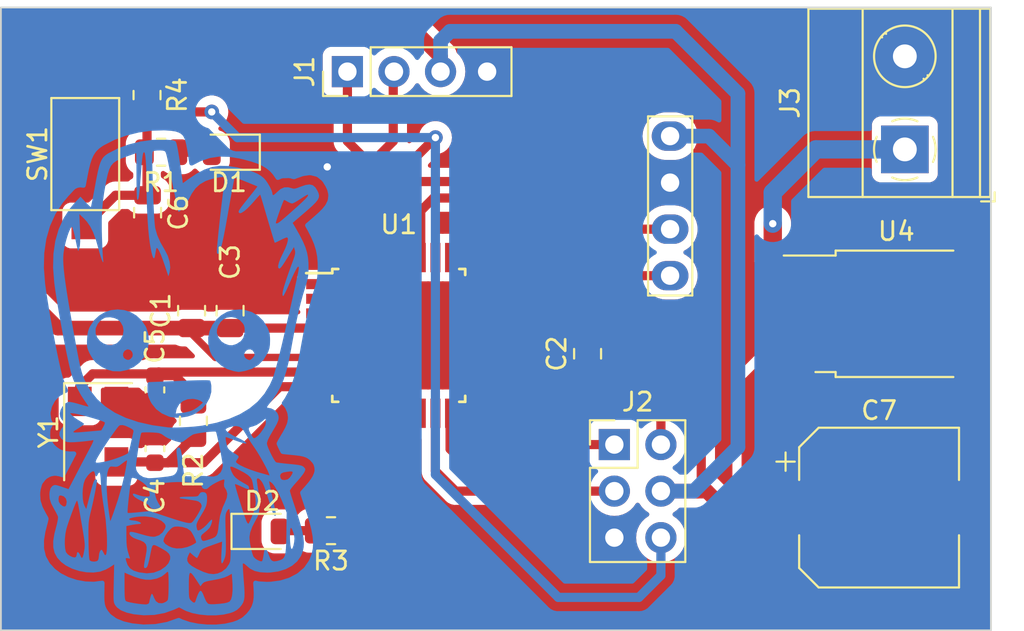
<source format=kicad_pcb>
(kicad_pcb (version 20221018) (generator pcbnew)
  (layers (0 "F.Cu" signal) (31 "B.Cu" signal) (34 "B.Paste" user) (35 "F.Paste" user) (36 "B.SilkS" user "B.Silkscreen") (37 "F.SilkS" user "F.Silkscreen") (38 "B.Mask" user) (39 "F.Mask" user) (44 "Edge.Cuts" user))
  (net 0 "")
  (net 1 "+5V")
  (net 2 "GND")
  (net 3 "XTAL2")
  (net 4 "XTAL1")
  (net 5 "RESET")
  (net 6 "Net-(D1-A)")
  (net 7 "Net-(D2-A)")
  (net 8 "TXD")
  (net 9 "RXD")
  (net 10 "MISO")
  (net 11 "MOSI")
  (net 12 "SCK")
  (net 13 "LED")
  (net 28 "SDA")
  (net 29 "SCL")
  (net 31 "VIN")
  (footprint "Connector_PinHeader_2.54mm:PinHeader_1x04_P2.54mm_Vertical" (layer "F.Cu") (at 136.5 84.375 90)
    (fp_text reference "J1")
    (fp_text value "UART")
  )
  (footprint "Resistor_SMD:R_0805_2012Metric" (layer "F.Cu") (at 128.1 103.4375 -90)
    (fp_text reference "R2")
    (fp_text value "1M")
  )
  (footprint "LED_SMD:LED_0805_2012Metric" (layer "F.Cu") (at 130.0375 88.775 180)
    (fp_text reference "D1")
    (fp_text value "LED_Small")
  )
  (footprint "Package_TO_SOT_SMD:TO-252-2" (layer "F.Cu") (at 166.44 97.595)
    (fp_text reference "U4")
    (fp_text value "L7805")
  )
  (footprint "GOFootprint:grooth" (layer "F.Cu") (at 127.6 101.075)
    (fp_text reference "G***" hide)
    (fp_text value "LOGO" hide)
  )
  (footprint "Crystal:Crystal_SMD_5032-4Pin_5.0x3.2mm" (layer "F.Cu") (at 122.9 104.03 -90)
    (fp_text reference "Y1")
    (fp_text value "16MHz")
  )
  (footprint "Resistor_SMD:R_0805_2012Metric" (layer "F.Cu") (at 125.57 85.655 -90)
    (fp_text reference "R4")
    (fp_text value "4K7")
  )
  (footprint "Resistor_SMD:R_0805_2012Metric" (layer "F.Cu") (at 135.6043 109.434 180)
    (fp_text reference "R3")
    (fp_text value "1K")
  )
  (footprint "Button_Switch_SMD:SW_SPST_CK_RS282G05A3" (layer "F.Cu") (at 122.2 88.875 90)
    (fp_text reference "SW1")
    (fp_text value "6x6 SMD")
  )
  (footprint "Connector_PinHeader_2.54mm:PinHeader_2x03_P2.54mm_Vertical" (layer "F.Cu") (at 151.06 104.735)
    (fp_text reference "J2")
    (fp_text value "ISP")
  )
  (footprint "Capacitor_SMD:CP_Elec_8x10.5" (layer "F.Cu") (at 165.5 108.175)
    (fp_text reference "C7")
    (fp_text value "220UF 25V")
  )
  (footprint "Capacitor_SMD:C_0603_1608Metric" (layer "F.Cu") (at 126 101.75 -90)
    (fp_text reference "C5")
    (fp_text value "18pF")
  )
  (footprint "Capacitor_SMD:C_0805_2012Metric" (layer "F.Cu") (at 130.1 97.425 90)
    (fp_text reference "C3")
    (fp_text value "100nF")
  )
  (footprint "Capacitor_SMD:C_0805_2012Metric" (layer "F.Cu") (at 125.6 92.075 -90)
    (fp_text reference "C6")
    (fp_text value "100nF")
  )
  (footprint "TerminalBlock_Phoenix:TerminalBlock_Phoenix_MKDS-1,5-2-5.08_1x02_P5.08mm_Horizontal" (layer "F.Cu") (at 166.905 88.62 90)
    (fp_text reference "J3")
    (fp_text value "Conn_01x02")
  )
  (footprint "Capacitor_SMD:C_0805_2012Metric" (layer "F.Cu") (at 128 97.425 90)
    (fp_text reference "C1")
    (fp_text value "100nF")
  )
  (footprint "Resistor_SMD:R_0805_2012Metric" (layer "F.Cu") (at 126.3375 88.775 180)
    (fp_text reference "R1")
    (fp_text value "330R")
  )
  (footprint "Package_QFP:TQFP-32_7x7mm_P0.8mm" (layer "F.Cu") (at 139.3 98.775)
    (fp_text reference "U1")
    (fp_text value "ATmega88-20A")
  )
  (footprint "GOFootprint:128x64OLED" (layer "F.Cu") (at 143.5 91.515 -90)
    (fp_text reference "U2" hide)
    (fp_text value "SSD1306_CRY" hide)
  )
  (footprint "Capacitor_SMD:C_0805_2012Metric" (layer "F.Cu") (at 149.6 99.775 90)
    (fp_text reference "C2")
    (fp_text value "100nF")
  )
  (footprint "LED_SMD:LED_0805_2012Metric" (layer "F.Cu") (at 131.8625 109.475)
    (fp_text reference "D2")
    (fp_text value "LED_Small")
  )
  (footprint "Capacitor_SMD:C_0603_1608Metric" (layer "F.Cu") (at 126 104.95 90)
    (fp_text reference "C4")
    (fp_text value "18pF")
  )
  (gr_rect (start 117.6 80.875) (end 171.6 114.875) (stroke (width 0.1)) (fill none) (layer "Edge.Cuts"))
  (segment (start 157 108.175) (end 156.1 107.275) (width 0.8) (layer "F.Cu") (net 1))
  (segment (start 160.1 108.175) (end 161.8 108.175) (width 0.8) (layer "F.Cu") (net 1))
  (segment (start 149.65 100.775) (end 153.4 100.775) (width 0.5) (layer "F.Cu") (net 1))
  (segment (start 118.9 83.175) (end 118.9 96.575) (width 0.8) (layer "F.Cu") (net 1))
  (segment (start 153.4 100.775) (end 155.8 103.175) (width 0.5) (layer "F.Cu") (net 1))
  (segment (start 155.6 107.275) (end 153.6 107.275) (width 0.8) (layer "F.Cu") (net 1))
  (segment (start 149.55 100.775) (end 149.6 100.725) (width 0.5) (layer "F.Cu") (net 1))
  (segment (start 128 98.675) (end 129.3 99.975) (width 0.4) (layer "F.Cu") (net 1))
  (segment (start 155.8 107.075) (end 155.6 107.275) (width 0.5) (layer "F.Cu") (net 1))
  (segment (start 156.1 107.275) (end 155.6 107.275) (width 0.8) (layer "F.Cu") (net 1))
  (segment (start 155.8 103.175) (end 155.8 107.075) (width 0.5) (layer "F.Cu") (net 1))
  (segment (start 140.1 82.075) (end 128.9 82.075) (width 0.8) (layer "F.Cu") (net 1))
  (segment (start 135.05 98.375) (end 130.1 98.375) (width 0.5) (layer "F.Cu") (net 1))
  (segment (start 161.8 108.175) (end 157 108.175) (width 0.8) (layer "F.Cu") (net 1))
  (segment (start 158.4 106.475) (end 160.1 108.175) (width 0.8) (layer "F.Cu") (net 1))
  (segment (start 120 82.075) (end 118.9 83.175) (width 0.8) (layer "F.Cu") (net 1))
  (segment (start 158.4 101.475) (end 158.4 106.475) (width 0.8) (layer "F.Cu") (net 1))
  (segment (start 129.3 99.975) (end 135.05 99.975) (width 0.4) (layer "F.Cu") (net 1))
  (segment (start 160 99.875) (end 158.4 101.475) (width 0.8) (layer "F.Cu") (net 1))
  (segment (start 120.7 98.375) (end 130.1 98.375) (width 0.8) (layer "F.Cu") (net 1))
  (segment (start 128.2375 82.075) (end 125.57 84.7425) (width 0.8) (layer "F.Cu") (net 1))
  (segment (start 141.58 83.555) (end 140.1 82.075) (width 0.8) (layer "F.Cu") (net 1))
  (segment (start 143.55 100.775) (end 149.55 100.775) (width 0.5) (layer "F.Cu") (net 1))
  (segment (start 118.9 96.575) (end 120.7 98.375) (width 0.8) (layer "F.Cu") (net 1))
  (segment (start 161.4 99.875) (end 160 99.875) (width 0.8) (layer "F.Cu") (net 1))
  (segment (start 128.9 82.075) (end 120 82.075) (width 0.8) (layer "F.Cu") (net 1))
  (segment (start 128.9 82.075) (end 128.2375 82.075) (width 0.8) (layer "F.Cu") (net 1))
  (segment (start 149.6 100.725) (end 149.65 100.775) (width 0.5) (layer "F.Cu") (net 1))
  (segment (start 128 98.375) (end 128 98.675) (width 0.4) (layer "F.Cu") (net 1))
  (segment (start 141.58 84.375) (end 141.58 83.555) (width 0.8) (layer "F.Cu") (net 1))
  (segment (start 157.8 104.875) (end 157.8 89.475) (width 0.8) (layer "B.Cu") (net 1))
  (segment (start 157.8 85.575) (end 154.4 82.175) (width 0.8) (layer "B.Cu") (net 1))
  (segment (start 141.58 82.695) (end 141.58 84.375) (width 0.8) (layer "B.Cu") (net 1))
  (segment (start 157.8 89.475) (end 156.22 87.895) (width 0.8) (layer "B.Cu") (net 1))
  (segment (start 142.1 82.175) (end 141.58 82.695) (width 0.8) (layer "B.Cu") (net 1))
  (segment (start 154.4 82.175) (end 142.1 82.175) (width 0.8) (layer "B.Cu") (net 1))
  (segment (start 155.4 107.275) (end 157.8 104.875) (width 0.8) (layer "B.Cu") (net 1))
  (segment (start 157.8 89.475) (end 157.8 85.575) (width 0.8) (layer "B.Cu") (net 1))
  (segment (start 156.22 87.895) (end 154.1 87.895) (width 0.8) (layer "B.Cu") (net 1))
  (segment (start 153.6 107.275) (end 155.4 107.275) (width 0.8) (layer "B.Cu") (net 1))
  (segment (start 123.9 102.38) (end 123.9 102.975) (width 0.4) (layer "F.Cu") (net 2))
  (segment (start 138.4 97.575) (end 139.2 98.375) (width 0.4) (layer "F.Cu") (net 2))
  (segment (start 138.4 99.175) (end 139.2 98.375) (width 0.4) (layer "F.Cu") (net 2))
  (segment (start 126 102.525) (end 124.045 102.525) (width 0.4) (layer "F.Cu") (net 2))
  (segment (start 124.045 102.525) (end 123.9 102.38) (width 0.4) (layer "F.Cu") (net 2))
  (segment (start 135.05 97.575) (end 138.4 97.575) (width 0.4) (layer "F.Cu") (net 2))
  (segment (start 149.15 98.375) (end 149.6 98.825) (width 0.4) (layer "F.Cu") (net 2))
  (segment (start 121.9 104.975) (end 121.9 105.68) (width 0.4) (layer "F.Cu") (net 2))
  (segment (start 126 104.175) (end 126 102.525) (width 0.4) (layer "F.Cu") (net 2))
  (segment (start 135.05 99.175) (end 138.4 99.175) (width 0.4) (layer "F.Cu") (net 2))
  (segment (start 123.9 102.975) (end 121.9 104.975) (width 0.4) (layer "F.Cu") (net 2))
  (segment (start 139.2 98.375) (end 143.55 98.375) (width 0.4) (layer "F.Cu") (net 2))
  (segment (start 143.55 98.375) (end 149.15 98.375) (width 0.4) (layer "F.Cu") (net 2))
  (via (at 135.4 89.575) (size 0.8) (drill 0.4) (layers "F.Cu" "B.Cu") (net 2))
  (segment (start 126 105.725) (end 126.725 105.725) (width 0.5) (layer "F.Cu") (net 3))
  (segment (start 125.955 105.68) (end 126 105.725) (width 0.5) (layer "F.Cu") (net 3))
  (segment (start 126 105.725) (end 128.65 105.725) (width 0.5) (layer "F.Cu") (net 3))
  (segment (start 123.9 105.68) (end 125.955 105.68) (width 0.5) (layer "F.Cu") (net 3))
  (segment (start 126.725 105.725) (end 128.1 104.35) (width 0.5) (layer "F.Cu") (net 3))
  (segment (start 132.8 101.575) (end 135.05 101.575) (width 0.5) (layer "F.Cu") (net 3))
  (segment (start 128.65 105.725) (end 132.8 101.575) (width 0.5) (layer "F.Cu") (net 3))
  (segment (start 126.2 100.775) (end 126 100.975) (width 0.5) (layer "F.Cu") (net 4))
  (segment (start 125.9 100.875) (end 126 100.975) (width 0.5) (layer "F.Cu") (net 4))
  (segment (start 128.1 102.525) (end 128.1 101.975) (width 0.5) (layer "F.Cu") (net 4))
  (segment (start 121.9 101.575) (end 122.6 100.875) (width 0.5) (layer "F.Cu") (net 4))
  (segment (start 128.1 101.975) (end 127.1 100.975) (width 0.5) (layer "F.Cu") (net 4))
  (segment (start 121.9 102.38) (end 121.9 101.575) (width 0.5) (layer "F.Cu") (net 4))
  (segment (start 127.1 100.975) (end 126 100.975) (width 0.5) (layer "F.Cu") (net 4))
  (segment (start 135.05 100.775) (end 126.2 100.775) (width 0.5) (layer "F.Cu") (net 4))
  (segment (start 122.6 100.875) (end 125.9 100.875) (width 0.5) (layer "F.Cu") (net 4))
  (segment (start 125.57 91.095) (end 125.6 91.125) (width 0.5) (layer "F.Cu") (net 5))
  (segment (start 141.3 87.975) (end 138.9 90.375) (width 0.5) (layer "F.Cu") (net 5))
  (segment (start 129.1 86.575) (end 125.5775 86.575) (width 0.5) (layer "F.Cu") (net 5))
  (segment (start 123.85 91.125) (end 122.2 92.775) (width 0.5) (layer "F.Cu") (net 5))
  (segment (start 125.5775 86.575) (end 125.57 86.5675) (width 0.5) (layer "F.Cu") (net 5))
  (segment (start 125.6 91.125) (end 123.85 91.125) (width 0.5) (layer "F.Cu") (net 5))
  (segment (start 125.57 86.5675) (end 125.57 91.095) (width 0.5) (layer "F.Cu") (net 5))
  (segment (start 138.9 90.375) (end 138.9 94.525) (width 0.5) (layer "F.Cu") (net 5))
  (via (at 129.1 86.575) (size 0.8) (drill 0.4) (layers "F.Cu" "B.Cu") (net 5))
  (via (at 141.3 87.975) (size 0.8) (drill 0.4) (layers "F.Cu" "B.Cu") (net 5))
  (segment (start 152.4 113.075) (end 153.6 111.875) (width 0.5) (layer "B.Cu") (net 5))
  (segment (start 130.5 87.975) (end 129.1 86.575) (width 0.5) (layer "B.Cu") (net 5))
  (segment (start 148 113.075) (end 152.4 113.075) (width 0.5) (layer "B.Cu") (net 5))
  (segment (start 141.3 106.375) (end 148 113.075) (width 0.5) (layer "B.Cu") (net 5))
  (segment (start 141.3 87.975) (end 130.5 87.975) (width 0.5) (layer "B.Cu") (net 5))
  (segment (start 141.3 87.975) (end 141.3 106.375) (width 0.5) (layer "B.Cu") (net 5))
  (segment (start 153.6 111.875) (end 153.6 109.815) (width 0.5) (layer "B.Cu") (net 5))
  (segment (start 127.25 88.775) (end 129.1 88.775) (width 0.5) (layer "F.Cu") (net 6))
  (segment (start 134.6918 109.434) (end 132.841 109.434) (width 0.5) (layer "F.Cu") (net 7))
  (segment (start 132.841 109.434) (end 132.8 109.475) (width 0.5) (layer "F.Cu") (net 7))
  (segment (start 136.5 88.175) (end 136.5 84.375) (width 0.5) (layer "F.Cu") (net 8))
  (segment (start 137.3 94.525) (end 137.3 88.975) (width 0.5) (layer "F.Cu") (net 8))
  (segment (start 137.3 88.975) (end 136.5 88.175) (width 0.5) (layer "F.Cu") (net 8))
  (segment (start 138.1 94.525) (end 138.1 89.075) (width 0.5) (layer "F.Cu") (net 9))
  (segment (start 139 84.415) (end 139.04 84.375) (width 0.5) (layer "F.Cu") (net 9))
  (segment (start 138.1 89.075) (end 139 88.175) (width 0.5) (layer "F.Cu") (net 9))
  (segment (start 139 88.175) (end 139 84.415) (width 0.5) (layer "F.Cu") (net 9))
  (segment (start 142.1 103.025) (end 142.1 104.975) (width 0.5) (layer "F.Cu") (net 10))
  (segment (start 147.8 105.875) (end 148.94 104.735) (width 0.5) (layer "F.Cu") (net 10))
  (segment (start 148.94 104.735) (end 151.06 104.735) (width 0.5) (layer "F.Cu") (net 10))
  (segment (start 142.1 104.975) (end 143 105.875) (width 0.5) (layer "F.Cu") (net 10))
  (segment (start 143 105.875) (end 147.8 105.875) (width 0.5) (layer "F.Cu") (net 10))
  (segment (start 141.3 103.025) (end 141.3 106.175) (width 0.5) (layer "F.Cu") (net 11))
  (segment (start 141.3 106.175) (end 142.4 107.275) (width 0.5) (layer "F.Cu") (net 11))
  (segment (start 142.4 107.275) (end 151.06 107.275) (width 0.5) (layer "F.Cu") (net 11))
  (segment (start 147.1 101.575) (end 147.6 102.075) (width 0.5) (layer "F.Cu") (net 12))
  (segment (start 153.6 103.375) (end 153.6 104.735) (width 0.5) (layer "F.Cu") (net 12))
  (segment (start 147.6 102.075) (end 152.3 102.075) (width 0.5) (layer "F.Cu") (net 12))
  (segment (start 152.3 102.075) (end 153.6 103.375) (width 0.5) (layer "F.Cu") (net 12))
  (segment (start 143.55 101.575) (end 147.1 101.575) (width 0.5) (layer "F.Cu") (net 12))
  (segment (start 138.9 107.0508) (end 136.5168 109.434) (width 0.5) (layer "F.Cu") (net 13))
  (segment (start 138.9 103.025) (end 138.9 107.0508) (width 0.5) (layer "F.Cu") (net 13))
  (segment (start 148.94 95.515) (end 154.1 95.515) (width 0.5) (layer "F.Cu") (net 28))
  (segment (start 141.2 91.275) (end 144.7 91.275) (width 0.5) (layer "F.Cu") (net 28))
  (segment (start 140.5 91.975) (end 141.2 91.275) (width 0.5) (layer "F.Cu") (net 28))
  (segment (start 144.7 91.275) (end 148.94 95.515) (width 0.5) (layer "F.Cu") (net 28))
  (segment (start 140.5 94.525) (end 140.5 91.975) (width 0.5) (layer "F.Cu") (net 28))
  (segment (start 139.7 91.075) (end 140.4 90.375) (width 0.5) (layer "F.Cu") (net 29))
  (segment (start 139.7 94.525) (end 139.7 91.075) (width 0.5) (layer "F.Cu") (net 29))
  (segment (start 140.4 90.375) (end 145.1 90.375) (width 0.5) (layer "F.Cu") (net 29))
  (segment (start 145.1 90.375) (end 147.7 92.975) (width 0.5) (layer "F.Cu") (net 29))
  (segment (start 147.7 92.975) (end 154.1 92.975) (width 0.5) (layer "F.Cu") (net 29))
  (segment (start 160.34 95.315) (end 161.4 95.315) (width 1) (layer "F.Cu") (net 31))
  (segment (start 159.7 92.675) (end 159.7 94.675) (width 1) (layer "F.Cu") (net 31))
  (segment (start 159.7 94.675) (end 160.34 95.315) (width 1) (layer "F.Cu") (net 31))
  (via (at 159.7 92.675) (size 0.8) (drill 0.4) (layers "F.Cu" "B.Cu") (net 31))
  (segment (start 162.055 88.62) (end 166.905 88.62) (width 1) (layer "B.Cu") (net 31))
  (segment (start 159.7 92.675) (end 159.7 90.975) (width 1) (layer "B.Cu") (net 31))
  (segment (start 159.7 90.975) (end 162.055 88.62) (width 1) (layer "B.Cu") (net 31))
  (zone (net 2) (net_name "GND") (layers "F&B.Cu") (connect_pads yes (clearance 0.5)) (min_thickness 0.25) (fill yes (thermal_gap 0.5) (thermal_bridge_width 0.5))
    (polygon (pts (xy 117.6 80.875) (xy 171.6 80.875) (xy 171.6 114.875) (xy 117.6 114.875)))
  )
)
</source>
